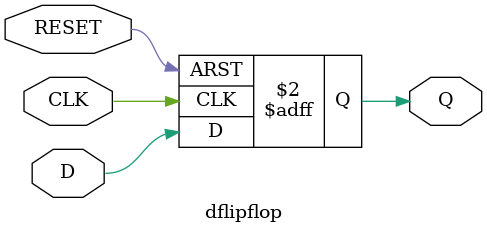
<source format=v>
`timescale 1ns / 1ps


module dflipflop(
		input CLK,
		input RESET,
		input D,
		output reg Q
    );

	always @(posedge CLK or posedge RESET)
	begin
		if(RESET)
			Q <= 0;
		else 
			Q <= D;
	
	end



endmodule

</source>
